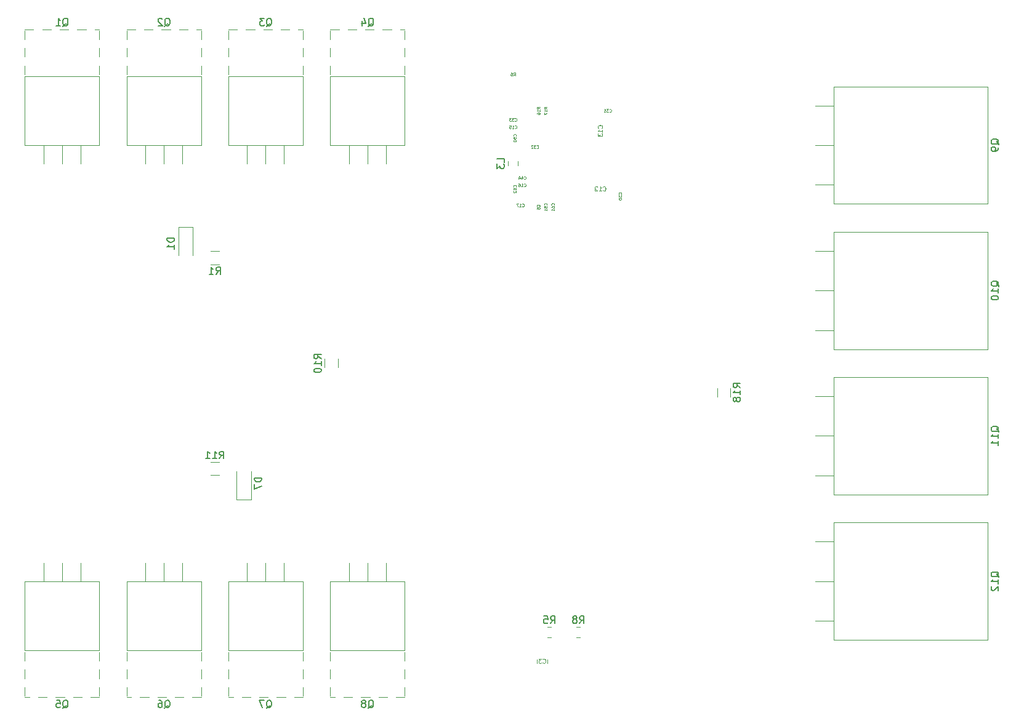
<source format=gbr>
G04 #@! TF.GenerationSoftware,KiCad,Pcbnew,(5.0.1)-3*
G04 #@! TF.CreationDate,2020-10-01T22:01:30+02:00*
G04 #@! TF.ProjectId,QCW Ultimate,51435720556C74696D6174652E6B6963,rev?*
G04 #@! TF.SameCoordinates,Original*
G04 #@! TF.FileFunction,Legend,Bot*
G04 #@! TF.FilePolarity,Positive*
%FSLAX46Y46*%
G04 Gerber Fmt 4.6, Leading zero omitted, Abs format (unit mm)*
G04 Created by KiCad (PCBNEW (5.0.1)-3) date 01/10/2020 22:01:30*
%MOMM*%
%LPD*%
G01*
G04 APERTURE LIST*
%ADD10C,0.120000*%
%ADD11C,0.080000*%
%ADD12C,0.050000*%
%ADD13C,0.150000*%
G04 APERTURE END LIST*
D10*
G04 #@! TO.C,C3*
X125710000Y-120738748D02*
X125710000Y-121261252D01*
X124290000Y-120738748D02*
X124290000Y-121261252D01*
G04 #@! TO.C,C12*
X133710000Y-56261252D02*
X133710000Y-55738748D01*
X132290000Y-56261252D02*
X132290000Y-55738748D01*
G04 #@! TO.C,C13*
X133261252Y-48710000D02*
X132738748Y-48710000D01*
X133261252Y-47290000D02*
X132738748Y-47290000D01*
G04 #@! TO.C,D1*
X75000000Y-61250000D02*
X77000000Y-61250000D01*
X77000000Y-61250000D02*
X77000000Y-65150000D01*
X75000000Y-61250000D02*
X75000000Y-65150000D01*
G04 #@! TO.C,D7*
X85000000Y-98750000D02*
X85000000Y-94850000D01*
X83000000Y-98750000D02*
X83000000Y-94850000D01*
X85000000Y-98750000D02*
X83000000Y-98750000D01*
G04 #@! TO.C,Q1*
X61540000Y-52510000D02*
X61540000Y-49970000D01*
X59000000Y-52510000D02*
X59000000Y-49970000D01*
X56460000Y-52510000D02*
X56460000Y-49970000D01*
X64120000Y-35440000D02*
X64120000Y-34240000D01*
X64120000Y-37840000D02*
X64120000Y-36640000D01*
X64120000Y-40240000D02*
X64120000Y-39040000D01*
X53880000Y-35440000D02*
X53880000Y-34240000D01*
X53880000Y-37840000D02*
X53880000Y-36640000D01*
X53880000Y-40240000D02*
X53880000Y-39040000D01*
X63480000Y-34080000D02*
X64120000Y-34080000D01*
X61080000Y-34080000D02*
X62280000Y-34080000D01*
X58680000Y-34080000D02*
X59880000Y-34080000D01*
X56279000Y-34080000D02*
X57480000Y-34080000D01*
X53880000Y-34080000D02*
X55080000Y-34080000D01*
X64120000Y-49970000D02*
X64120000Y-40480000D01*
X53880000Y-49970000D02*
X53880000Y-40480000D01*
X53880000Y-40480000D02*
X64120000Y-40480000D01*
X53880000Y-49970000D02*
X64120000Y-49970000D01*
G04 #@! TO.C,Q2*
X67880000Y-49970000D02*
X78120000Y-49970000D01*
X67880000Y-40480000D02*
X78120000Y-40480000D01*
X67880000Y-49970000D02*
X67880000Y-40480000D01*
X78120000Y-49970000D02*
X78120000Y-40480000D01*
X67880000Y-34080000D02*
X69080000Y-34080000D01*
X70279000Y-34080000D02*
X71480000Y-34080000D01*
X72680000Y-34080000D02*
X73880000Y-34080000D01*
X75080000Y-34080000D02*
X76280000Y-34080000D01*
X77480000Y-34080000D02*
X78120000Y-34080000D01*
X67880000Y-40240000D02*
X67880000Y-39040000D01*
X67880000Y-37840000D02*
X67880000Y-36640000D01*
X67880000Y-35440000D02*
X67880000Y-34240000D01*
X78120000Y-40240000D02*
X78120000Y-39040000D01*
X78120000Y-37840000D02*
X78120000Y-36640000D01*
X78120000Y-35440000D02*
X78120000Y-34240000D01*
X70460000Y-52510000D02*
X70460000Y-49970000D01*
X73000000Y-52510000D02*
X73000000Y-49970000D01*
X75540000Y-52510000D02*
X75540000Y-49970000D01*
G04 #@! TO.C,Q3*
X89540000Y-52510000D02*
X89540000Y-49970000D01*
X87000000Y-52510000D02*
X87000000Y-49970000D01*
X84460000Y-52510000D02*
X84460000Y-49970000D01*
X92120000Y-35440000D02*
X92120000Y-34240000D01*
X92120000Y-37840000D02*
X92120000Y-36640000D01*
X92120000Y-40240000D02*
X92120000Y-39040000D01*
X81880000Y-35440000D02*
X81880000Y-34240000D01*
X81880000Y-37840000D02*
X81880000Y-36640000D01*
X81880000Y-40240000D02*
X81880000Y-39040000D01*
X91480000Y-34080000D02*
X92120000Y-34080000D01*
X89080000Y-34080000D02*
X90280000Y-34080000D01*
X86680000Y-34080000D02*
X87880000Y-34080000D01*
X84279000Y-34080000D02*
X85480000Y-34080000D01*
X81880000Y-34080000D02*
X83080000Y-34080000D01*
X92120000Y-49970000D02*
X92120000Y-40480000D01*
X81880000Y-49970000D02*
X81880000Y-40480000D01*
X81880000Y-40480000D02*
X92120000Y-40480000D01*
X81880000Y-49970000D02*
X92120000Y-49970000D01*
G04 #@! TO.C,Q4*
X95880000Y-49970000D02*
X106120000Y-49970000D01*
X95880000Y-40480000D02*
X106120000Y-40480000D01*
X95880000Y-49970000D02*
X95880000Y-40480000D01*
X106120000Y-49970000D02*
X106120000Y-40480000D01*
X95880000Y-34080000D02*
X97080000Y-34080000D01*
X98279000Y-34080000D02*
X99480000Y-34080000D01*
X100680000Y-34080000D02*
X101880000Y-34080000D01*
X103080000Y-34080000D02*
X104280000Y-34080000D01*
X105480000Y-34080000D02*
X106120000Y-34080000D01*
X95880000Y-40240000D02*
X95880000Y-39040000D01*
X95880000Y-37840000D02*
X95880000Y-36640000D01*
X95880000Y-35440000D02*
X95880000Y-34240000D01*
X106120000Y-40240000D02*
X106120000Y-39040000D01*
X106120000Y-37840000D02*
X106120000Y-36640000D01*
X106120000Y-35440000D02*
X106120000Y-34240000D01*
X98460000Y-52510000D02*
X98460000Y-49970000D01*
X101000000Y-52510000D02*
X101000000Y-49970000D01*
X103540000Y-52510000D02*
X103540000Y-49970000D01*
G04 #@! TO.C,Q5*
X64120000Y-110030000D02*
X53880000Y-110030000D01*
X64120000Y-119520000D02*
X53880000Y-119520000D01*
X64120000Y-110030000D02*
X64120000Y-119520000D01*
X53880000Y-110030000D02*
X53880000Y-119520000D01*
X64120000Y-125920000D02*
X62920000Y-125920000D01*
X61721000Y-125920000D02*
X60520000Y-125920000D01*
X59320000Y-125920000D02*
X58120000Y-125920000D01*
X56920000Y-125920000D02*
X55720000Y-125920000D01*
X54520000Y-125920000D02*
X53880000Y-125920000D01*
X64120000Y-119760000D02*
X64120000Y-120960000D01*
X64120000Y-122160000D02*
X64120000Y-123360000D01*
X64120000Y-124560000D02*
X64120000Y-125760000D01*
X53880000Y-119760000D02*
X53880000Y-120960000D01*
X53880000Y-122160000D02*
X53880000Y-123360000D01*
X53880000Y-124560000D02*
X53880000Y-125760000D01*
X61540000Y-107490000D02*
X61540000Y-110030000D01*
X59000000Y-107490000D02*
X59000000Y-110030000D01*
X56460000Y-107490000D02*
X56460000Y-110030000D01*
G04 #@! TO.C,Q6*
X78120000Y-110030000D02*
X67880000Y-110030000D01*
X78120000Y-119520000D02*
X67880000Y-119520000D01*
X78120000Y-110030000D02*
X78120000Y-119520000D01*
X67880000Y-110030000D02*
X67880000Y-119520000D01*
X78120000Y-125920000D02*
X76920000Y-125920000D01*
X75721000Y-125920000D02*
X74520000Y-125920000D01*
X73320000Y-125920000D02*
X72120000Y-125920000D01*
X70920000Y-125920000D02*
X69720000Y-125920000D01*
X68520000Y-125920000D02*
X67880000Y-125920000D01*
X78120000Y-119760000D02*
X78120000Y-120960000D01*
X78120000Y-122160000D02*
X78120000Y-123360000D01*
X78120000Y-124560000D02*
X78120000Y-125760000D01*
X67880000Y-119760000D02*
X67880000Y-120960000D01*
X67880000Y-122160000D02*
X67880000Y-123360000D01*
X67880000Y-124560000D02*
X67880000Y-125760000D01*
X75540000Y-107490000D02*
X75540000Y-110030000D01*
X73000000Y-107490000D02*
X73000000Y-110030000D01*
X70460000Y-107490000D02*
X70460000Y-110030000D01*
G04 #@! TO.C,Q7*
X84460000Y-107490000D02*
X84460000Y-110030000D01*
X87000000Y-107490000D02*
X87000000Y-110030000D01*
X89540000Y-107490000D02*
X89540000Y-110030000D01*
X81880000Y-124560000D02*
X81880000Y-125760000D01*
X81880000Y-122160000D02*
X81880000Y-123360000D01*
X81880000Y-119760000D02*
X81880000Y-120960000D01*
X92120000Y-124560000D02*
X92120000Y-125760000D01*
X92120000Y-122160000D02*
X92120000Y-123360000D01*
X92120000Y-119760000D02*
X92120000Y-120960000D01*
X82520000Y-125920000D02*
X81880000Y-125920000D01*
X84920000Y-125920000D02*
X83720000Y-125920000D01*
X87320000Y-125920000D02*
X86120000Y-125920000D01*
X89721000Y-125920000D02*
X88520000Y-125920000D01*
X92120000Y-125920000D02*
X90920000Y-125920000D01*
X81880000Y-110030000D02*
X81880000Y-119520000D01*
X92120000Y-110030000D02*
X92120000Y-119520000D01*
X92120000Y-119520000D02*
X81880000Y-119520000D01*
X92120000Y-110030000D02*
X81880000Y-110030000D01*
G04 #@! TO.C,Q8*
X98460000Y-107490000D02*
X98460000Y-110030000D01*
X101000000Y-107490000D02*
X101000000Y-110030000D01*
X103540000Y-107490000D02*
X103540000Y-110030000D01*
X95880000Y-124560000D02*
X95880000Y-125760000D01*
X95880000Y-122160000D02*
X95880000Y-123360000D01*
X95880000Y-119760000D02*
X95880000Y-120960000D01*
X106120000Y-124560000D02*
X106120000Y-125760000D01*
X106120000Y-122160000D02*
X106120000Y-123360000D01*
X106120000Y-119760000D02*
X106120000Y-120960000D01*
X96520000Y-125920000D02*
X95880000Y-125920000D01*
X98920000Y-125920000D02*
X97720000Y-125920000D01*
X101320000Y-125920000D02*
X100120000Y-125920000D01*
X103721000Y-125920000D02*
X102520000Y-125920000D01*
X106120000Y-125920000D02*
X104920000Y-125920000D01*
X95880000Y-110030000D02*
X95880000Y-119520000D01*
X106120000Y-110030000D02*
X106120000Y-119520000D01*
X106120000Y-119520000D02*
X95880000Y-119520000D01*
X106120000Y-110030000D02*
X95880000Y-110030000D01*
G04 #@! TO.C,Q9*
X165100000Y-41930000D02*
X165100000Y-58070000D01*
X186290000Y-41930000D02*
X186290000Y-58070000D01*
X165100000Y-41930000D02*
X186290000Y-41930000D01*
X165100000Y-58070000D02*
X186290000Y-58070000D01*
X162540000Y-44550000D02*
X165100000Y-44550000D01*
X162540000Y-50000000D02*
X165100000Y-50000000D01*
X162540000Y-55450000D02*
X165100000Y-55450000D01*
G04 #@! TO.C,Q10*
X162540000Y-75450000D02*
X165100000Y-75450000D01*
X162540000Y-70000000D02*
X165100000Y-70000000D01*
X162540000Y-64550000D02*
X165100000Y-64550000D01*
X165100000Y-78070000D02*
X186290000Y-78070000D01*
X165100000Y-61930000D02*
X186290000Y-61930000D01*
X186290000Y-61930000D02*
X186290000Y-78070000D01*
X165100000Y-61930000D02*
X165100000Y-78070000D01*
G04 #@! TO.C,Q11*
X165100000Y-81930000D02*
X165100000Y-98070000D01*
X186290000Y-81930000D02*
X186290000Y-98070000D01*
X165100000Y-81930000D02*
X186290000Y-81930000D01*
X165100000Y-98070000D02*
X186290000Y-98070000D01*
X162540000Y-84550000D02*
X165100000Y-84550000D01*
X162540000Y-90000000D02*
X165100000Y-90000000D01*
X162540000Y-95450000D02*
X165100000Y-95450000D01*
G04 #@! TO.C,Q12*
X162540000Y-115450000D02*
X165100000Y-115450000D01*
X162540000Y-110000000D02*
X165100000Y-110000000D01*
X162540000Y-104550000D02*
X165100000Y-104550000D01*
X165100000Y-118070000D02*
X186290000Y-118070000D01*
X165100000Y-101930000D02*
X186290000Y-101930000D01*
X186290000Y-101930000D02*
X186290000Y-118070000D01*
X165100000Y-101930000D02*
X165100000Y-118070000D01*
G04 #@! TO.C,R1*
X79397936Y-66410000D02*
X80602064Y-66410000D01*
X79397936Y-64590000D02*
X80602064Y-64590000D01*
G04 #@! TO.C,R5*
X126261252Y-116290000D02*
X125738748Y-116290000D01*
X126261252Y-117710000D02*
X125738748Y-117710000D01*
G04 #@! TO.C,R8*
X130261252Y-117710000D02*
X129738748Y-117710000D01*
X130261252Y-116290000D02*
X129738748Y-116290000D01*
G04 #@! TO.C,R10*
X95090000Y-79397936D02*
X95090000Y-80602064D01*
X96910000Y-79397936D02*
X96910000Y-80602064D01*
G04 #@! TO.C,R11*
X80602064Y-95410000D02*
X79397936Y-95410000D01*
X80602064Y-93590000D02*
X79397936Y-93590000D01*
G04 #@! TO.C,R18*
X149090000Y-84602064D02*
X149090000Y-83397936D01*
X150910000Y-84602064D02*
X150910000Y-83397936D01*
G04 #@! TO.C,L3*
X120290000Y-52238748D02*
X120290000Y-52761252D01*
X121710000Y-52238748D02*
X121710000Y-52761252D01*
G04 #@! TO.C,C3*
D11*
X125100000Y-121214285D02*
X125128571Y-121242857D01*
X125214285Y-121271428D01*
X125271428Y-121271428D01*
X125357142Y-121242857D01*
X125414285Y-121185714D01*
X125442857Y-121128571D01*
X125471428Y-121014285D01*
X125471428Y-120928571D01*
X125442857Y-120814285D01*
X125414285Y-120757142D01*
X125357142Y-120700000D01*
X125271428Y-120671428D01*
X125214285Y-120671428D01*
X125128571Y-120700000D01*
X125100000Y-120728571D01*
X124900000Y-120671428D02*
X124528571Y-120671428D01*
X124728571Y-120900000D01*
X124642857Y-120900000D01*
X124585714Y-120928571D01*
X124557142Y-120957142D01*
X124528571Y-121014285D01*
X124528571Y-121157142D01*
X124557142Y-121214285D01*
X124585714Y-121242857D01*
X124642857Y-121271428D01*
X124814285Y-121271428D01*
X124871428Y-121242857D01*
X124900000Y-121214285D01*
G04 #@! TO.C,C5*
D12*
X124642857Y-58433333D02*
X124661904Y-58414285D01*
X124680952Y-58357142D01*
X124680952Y-58319047D01*
X124661904Y-58261904D01*
X124623809Y-58223809D01*
X124585714Y-58204761D01*
X124509523Y-58185714D01*
X124452380Y-58185714D01*
X124376190Y-58204761D01*
X124338095Y-58223809D01*
X124300000Y-58261904D01*
X124280952Y-58319047D01*
X124280952Y-58357142D01*
X124300000Y-58414285D01*
X124319047Y-58433333D01*
X124280952Y-58795238D02*
X124280952Y-58604761D01*
X124471428Y-58585714D01*
X124452380Y-58604761D01*
X124433333Y-58642857D01*
X124433333Y-58738095D01*
X124452380Y-58776190D01*
X124471428Y-58795238D01*
X124509523Y-58814285D01*
X124604761Y-58814285D01*
X124642857Y-58795238D01*
X124661904Y-58776190D01*
X124680952Y-58738095D01*
X124680952Y-58642857D01*
X124661904Y-58604761D01*
X124642857Y-58585714D01*
G04 #@! TO.C,C12*
D11*
X133385714Y-56214285D02*
X133414285Y-56242857D01*
X133500000Y-56271428D01*
X133557142Y-56271428D01*
X133642857Y-56242857D01*
X133700000Y-56185714D01*
X133728571Y-56128571D01*
X133757142Y-56014285D01*
X133757142Y-55928571D01*
X133728571Y-55814285D01*
X133700000Y-55757142D01*
X133642857Y-55700000D01*
X133557142Y-55671428D01*
X133500000Y-55671428D01*
X133414285Y-55700000D01*
X133385714Y-55728571D01*
X132814285Y-56271428D02*
X133157142Y-56271428D01*
X132985714Y-56271428D02*
X132985714Y-55671428D01*
X133042857Y-55757142D01*
X133100000Y-55814285D01*
X133157142Y-55842857D01*
X132585714Y-55728571D02*
X132557142Y-55700000D01*
X132500000Y-55671428D01*
X132357142Y-55671428D01*
X132300000Y-55700000D01*
X132271428Y-55728571D01*
X132242857Y-55785714D01*
X132242857Y-55842857D01*
X132271428Y-55928571D01*
X132614285Y-56271428D01*
X132242857Y-56271428D01*
G04 #@! TO.C,C13*
X133214285Y-47614285D02*
X133242857Y-47585714D01*
X133271428Y-47500000D01*
X133271428Y-47442857D01*
X133242857Y-47357142D01*
X133185714Y-47300000D01*
X133128571Y-47271428D01*
X133014285Y-47242857D01*
X132928571Y-47242857D01*
X132814285Y-47271428D01*
X132757142Y-47300000D01*
X132700000Y-47357142D01*
X132671428Y-47442857D01*
X132671428Y-47500000D01*
X132700000Y-47585714D01*
X132728571Y-47614285D01*
X133271428Y-48185714D02*
X133271428Y-47842857D01*
X133271428Y-48014285D02*
X132671428Y-48014285D01*
X132757142Y-47957142D01*
X132814285Y-47900000D01*
X132842857Y-47842857D01*
X132671428Y-48385714D02*
X132671428Y-48757142D01*
X132900000Y-48557142D01*
X132900000Y-48642857D01*
X132928571Y-48700000D01*
X132957142Y-48728571D01*
X133014285Y-48757142D01*
X133157142Y-48757142D01*
X133214285Y-48728571D01*
X133242857Y-48700000D01*
X133271428Y-48642857D01*
X133271428Y-48471428D01*
X133242857Y-48414285D01*
X133214285Y-48385714D01*
G04 #@! TO.C,C15*
D12*
X121257142Y-47642857D02*
X121276190Y-47661904D01*
X121333333Y-47680952D01*
X121371428Y-47680952D01*
X121428571Y-47661904D01*
X121466666Y-47623809D01*
X121485714Y-47585714D01*
X121504761Y-47509523D01*
X121504761Y-47452380D01*
X121485714Y-47376190D01*
X121466666Y-47338095D01*
X121428571Y-47300000D01*
X121371428Y-47280952D01*
X121333333Y-47280952D01*
X121276190Y-47300000D01*
X121257142Y-47319047D01*
X120876190Y-47680952D02*
X121104761Y-47680952D01*
X120990476Y-47680952D02*
X120990476Y-47280952D01*
X121028571Y-47338095D01*
X121066666Y-47376190D01*
X121104761Y-47395238D01*
X120514285Y-47280952D02*
X120704761Y-47280952D01*
X120723809Y-47471428D01*
X120704761Y-47452380D01*
X120666666Y-47433333D01*
X120571428Y-47433333D01*
X120533333Y-47452380D01*
X120514285Y-47471428D01*
X120495238Y-47509523D01*
X120495238Y-47604761D01*
X120514285Y-47642857D01*
X120533333Y-47661904D01*
X120571428Y-47680952D01*
X120666666Y-47680952D01*
X120704761Y-47661904D01*
X120723809Y-47642857D01*
G04 #@! TO.C,C16*
X122507142Y-55642857D02*
X122526190Y-55661904D01*
X122583333Y-55680952D01*
X122621428Y-55680952D01*
X122678571Y-55661904D01*
X122716666Y-55623809D01*
X122735714Y-55585714D01*
X122754761Y-55509523D01*
X122754761Y-55452380D01*
X122735714Y-55376190D01*
X122716666Y-55338095D01*
X122678571Y-55300000D01*
X122621428Y-55280952D01*
X122583333Y-55280952D01*
X122526190Y-55300000D01*
X122507142Y-55319047D01*
X122126190Y-55680952D02*
X122354761Y-55680952D01*
X122240476Y-55680952D02*
X122240476Y-55280952D01*
X122278571Y-55338095D01*
X122316666Y-55376190D01*
X122354761Y-55395238D01*
X121783333Y-55280952D02*
X121859523Y-55280952D01*
X121897619Y-55300000D01*
X121916666Y-55319047D01*
X121954761Y-55376190D01*
X121973809Y-55452380D01*
X121973809Y-55604761D01*
X121954761Y-55642857D01*
X121935714Y-55661904D01*
X121897619Y-55680952D01*
X121821428Y-55680952D01*
X121783333Y-55661904D01*
X121764285Y-55642857D01*
X121745238Y-55604761D01*
X121745238Y-55509523D01*
X121764285Y-55471428D01*
X121783333Y-55452380D01*
X121821428Y-55433333D01*
X121897619Y-55433333D01*
X121935714Y-55452380D01*
X121954761Y-55471428D01*
X121973809Y-55509523D01*
G04 #@! TO.C,C17*
X122257142Y-58404857D02*
X122276190Y-58423904D01*
X122333333Y-58442952D01*
X122371428Y-58442952D01*
X122428571Y-58423904D01*
X122466666Y-58385809D01*
X122485714Y-58347714D01*
X122504761Y-58271523D01*
X122504761Y-58214380D01*
X122485714Y-58138190D01*
X122466666Y-58100095D01*
X122428571Y-58062000D01*
X122371428Y-58042952D01*
X122333333Y-58042952D01*
X122276190Y-58062000D01*
X122257142Y-58081047D01*
X121876190Y-58442952D02*
X122104761Y-58442952D01*
X121990476Y-58442952D02*
X121990476Y-58042952D01*
X122028571Y-58100095D01*
X122066666Y-58138190D01*
X122104761Y-58157238D01*
X121742857Y-58042952D02*
X121476190Y-58042952D01*
X121647619Y-58442952D01*
G04 #@! TO.C,C30*
X135892857Y-56742857D02*
X135911904Y-56723809D01*
X135930952Y-56666666D01*
X135930952Y-56628571D01*
X135911904Y-56571428D01*
X135873809Y-56533333D01*
X135835714Y-56514285D01*
X135759523Y-56495238D01*
X135702380Y-56495238D01*
X135626190Y-56514285D01*
X135588095Y-56533333D01*
X135550000Y-56571428D01*
X135530952Y-56628571D01*
X135530952Y-56666666D01*
X135550000Y-56723809D01*
X135569047Y-56742857D01*
X135530952Y-56876190D02*
X135530952Y-57123809D01*
X135683333Y-56990476D01*
X135683333Y-57047619D01*
X135702380Y-57085714D01*
X135721428Y-57104761D01*
X135759523Y-57123809D01*
X135854761Y-57123809D01*
X135892857Y-57104761D01*
X135911904Y-57085714D01*
X135930952Y-57047619D01*
X135930952Y-56933333D01*
X135911904Y-56895238D01*
X135892857Y-56876190D01*
X135530952Y-57371428D02*
X135530952Y-57409523D01*
X135550000Y-57447619D01*
X135569047Y-57466666D01*
X135607142Y-57485714D01*
X135683333Y-57504761D01*
X135778571Y-57504761D01*
X135854761Y-57485714D01*
X135892857Y-57466666D01*
X135911904Y-57447619D01*
X135930952Y-57409523D01*
X135930952Y-57371428D01*
X135911904Y-57333333D01*
X135892857Y-57314285D01*
X135854761Y-57295238D01*
X135778571Y-57276190D01*
X135683333Y-57276190D01*
X135607142Y-57295238D01*
X135569047Y-57314285D01*
X135550000Y-57333333D01*
X135530952Y-57371428D01*
G04 #@! TO.C,C31*
X134257142Y-45392857D02*
X134276190Y-45411904D01*
X134333333Y-45430952D01*
X134371428Y-45430952D01*
X134428571Y-45411904D01*
X134466666Y-45373809D01*
X134485714Y-45335714D01*
X134504761Y-45259523D01*
X134504761Y-45202380D01*
X134485714Y-45126190D01*
X134466666Y-45088095D01*
X134428571Y-45050000D01*
X134371428Y-45030952D01*
X134333333Y-45030952D01*
X134276190Y-45050000D01*
X134257142Y-45069047D01*
X134123809Y-45030952D02*
X133876190Y-45030952D01*
X134009523Y-45183333D01*
X133952380Y-45183333D01*
X133914285Y-45202380D01*
X133895238Y-45221428D01*
X133876190Y-45259523D01*
X133876190Y-45354761D01*
X133895238Y-45392857D01*
X133914285Y-45411904D01*
X133952380Y-45430952D01*
X134066666Y-45430952D01*
X134104761Y-45411904D01*
X134123809Y-45392857D01*
X133495238Y-45430952D02*
X133723809Y-45430952D01*
X133609523Y-45430952D02*
X133609523Y-45030952D01*
X133647619Y-45088095D01*
X133685714Y-45126190D01*
X133723809Y-45145238D01*
G04 #@! TO.C,C32*
X124257142Y-50380857D02*
X124276190Y-50399904D01*
X124333333Y-50418952D01*
X124371428Y-50418952D01*
X124428571Y-50399904D01*
X124466666Y-50361809D01*
X124485714Y-50323714D01*
X124504761Y-50247523D01*
X124504761Y-50190380D01*
X124485714Y-50114190D01*
X124466666Y-50076095D01*
X124428571Y-50038000D01*
X124371428Y-50018952D01*
X124333333Y-50018952D01*
X124276190Y-50038000D01*
X124257142Y-50057047D01*
X124123809Y-50018952D02*
X123876190Y-50018952D01*
X124009523Y-50171333D01*
X123952380Y-50171333D01*
X123914285Y-50190380D01*
X123895238Y-50209428D01*
X123876190Y-50247523D01*
X123876190Y-50342761D01*
X123895238Y-50380857D01*
X123914285Y-50399904D01*
X123952380Y-50418952D01*
X124066666Y-50418952D01*
X124104761Y-50399904D01*
X124123809Y-50380857D01*
X123723809Y-50057047D02*
X123704761Y-50038000D01*
X123666666Y-50018952D01*
X123571428Y-50018952D01*
X123533333Y-50038000D01*
X123514285Y-50057047D01*
X123495238Y-50095142D01*
X123495238Y-50133238D01*
X123514285Y-50190380D01*
X123742857Y-50418952D01*
X123495238Y-50418952D01*
G04 #@! TO.C,C33*
X121257142Y-46642857D02*
X121276190Y-46661904D01*
X121333333Y-46680952D01*
X121371428Y-46680952D01*
X121428571Y-46661904D01*
X121466666Y-46623809D01*
X121485714Y-46585714D01*
X121504761Y-46509523D01*
X121504761Y-46452380D01*
X121485714Y-46376190D01*
X121466666Y-46338095D01*
X121428571Y-46300000D01*
X121371428Y-46280952D01*
X121333333Y-46280952D01*
X121276190Y-46300000D01*
X121257142Y-46319047D01*
X121123809Y-46280952D02*
X120876190Y-46280952D01*
X121009523Y-46433333D01*
X120952380Y-46433333D01*
X120914285Y-46452380D01*
X120895238Y-46471428D01*
X120876190Y-46509523D01*
X120876190Y-46604761D01*
X120895238Y-46642857D01*
X120914285Y-46661904D01*
X120952380Y-46680952D01*
X121066666Y-46680952D01*
X121104761Y-46661904D01*
X121123809Y-46642857D01*
X120742857Y-46280952D02*
X120495238Y-46280952D01*
X120628571Y-46433333D01*
X120571428Y-46433333D01*
X120533333Y-46452380D01*
X120514285Y-46471428D01*
X120495238Y-46509523D01*
X120495238Y-46604761D01*
X120514285Y-46642857D01*
X120533333Y-46661904D01*
X120571428Y-46680952D01*
X120685714Y-46680952D01*
X120723809Y-46661904D01*
X120742857Y-46642857D01*
G04 #@! TO.C,C51*
X125642857Y-58242857D02*
X125661904Y-58223809D01*
X125680952Y-58166666D01*
X125680952Y-58128571D01*
X125661904Y-58071428D01*
X125623809Y-58033333D01*
X125585714Y-58014285D01*
X125509523Y-57995238D01*
X125452380Y-57995238D01*
X125376190Y-58014285D01*
X125338095Y-58033333D01*
X125300000Y-58071428D01*
X125280952Y-58128571D01*
X125280952Y-58166666D01*
X125300000Y-58223809D01*
X125319047Y-58242857D01*
X125280952Y-58604761D02*
X125280952Y-58414285D01*
X125471428Y-58395238D01*
X125452380Y-58414285D01*
X125433333Y-58452380D01*
X125433333Y-58547619D01*
X125452380Y-58585714D01*
X125471428Y-58604761D01*
X125509523Y-58623809D01*
X125604761Y-58623809D01*
X125642857Y-58604761D01*
X125661904Y-58585714D01*
X125680952Y-58547619D01*
X125680952Y-58452380D01*
X125661904Y-58414285D01*
X125642857Y-58395238D01*
X125680952Y-59004761D02*
X125680952Y-58776190D01*
X125680952Y-58890476D02*
X125280952Y-58890476D01*
X125338095Y-58852380D01*
X125376190Y-58814285D01*
X125395238Y-58776190D01*
G04 #@! TO.C,C61*
X126642857Y-58242857D02*
X126661904Y-58223809D01*
X126680952Y-58166666D01*
X126680952Y-58128571D01*
X126661904Y-58071428D01*
X126623809Y-58033333D01*
X126585714Y-58014285D01*
X126509523Y-57995238D01*
X126452380Y-57995238D01*
X126376190Y-58014285D01*
X126338095Y-58033333D01*
X126300000Y-58071428D01*
X126280952Y-58128571D01*
X126280952Y-58166666D01*
X126300000Y-58223809D01*
X126319047Y-58242857D01*
X126280952Y-58585714D02*
X126280952Y-58509523D01*
X126300000Y-58471428D01*
X126319047Y-58452380D01*
X126376190Y-58414285D01*
X126452380Y-58395238D01*
X126604761Y-58395238D01*
X126642857Y-58414285D01*
X126661904Y-58433333D01*
X126680952Y-58471428D01*
X126680952Y-58547619D01*
X126661904Y-58585714D01*
X126642857Y-58604761D01*
X126604761Y-58623809D01*
X126509523Y-58623809D01*
X126471428Y-58604761D01*
X126452380Y-58585714D01*
X126433333Y-58547619D01*
X126433333Y-58471428D01*
X126452380Y-58433333D01*
X126471428Y-58414285D01*
X126509523Y-58395238D01*
X126680952Y-59004761D02*
X126680952Y-58776190D01*
X126680952Y-58890476D02*
X126280952Y-58890476D01*
X126338095Y-58852380D01*
X126376190Y-58814285D01*
X126395238Y-58776190D01*
G04 #@! TO.C,D1*
D13*
X74452380Y-62761904D02*
X73452380Y-62761904D01*
X73452380Y-63000000D01*
X73500000Y-63142857D01*
X73595238Y-63238095D01*
X73690476Y-63285714D01*
X73880952Y-63333333D01*
X74023809Y-63333333D01*
X74214285Y-63285714D01*
X74309523Y-63238095D01*
X74404761Y-63142857D01*
X74452380Y-63000000D01*
X74452380Y-62761904D01*
X74452380Y-64285714D02*
X74452380Y-63714285D01*
X74452380Y-64000000D02*
X73452380Y-64000000D01*
X73595238Y-63904761D01*
X73690476Y-63809523D01*
X73738095Y-63714285D01*
G04 #@! TO.C,D7*
X86452380Y-95761904D02*
X85452380Y-95761904D01*
X85452380Y-96000000D01*
X85500000Y-96142857D01*
X85595238Y-96238095D01*
X85690476Y-96285714D01*
X85880952Y-96333333D01*
X86023809Y-96333333D01*
X86214285Y-96285714D01*
X86309523Y-96238095D01*
X86404761Y-96142857D01*
X86452380Y-96000000D01*
X86452380Y-95761904D01*
X85452380Y-96666666D02*
X85452380Y-97333333D01*
X86452380Y-96904761D01*
G04 #@! TO.C,Q1*
X59095238Y-33627619D02*
X59190476Y-33580000D01*
X59285714Y-33484761D01*
X59428571Y-33341904D01*
X59523809Y-33294285D01*
X59619047Y-33294285D01*
X59571428Y-33532380D02*
X59666666Y-33484761D01*
X59761904Y-33389523D01*
X59809523Y-33199047D01*
X59809523Y-32865714D01*
X59761904Y-32675238D01*
X59666666Y-32580000D01*
X59571428Y-32532380D01*
X59380952Y-32532380D01*
X59285714Y-32580000D01*
X59190476Y-32675238D01*
X59142857Y-32865714D01*
X59142857Y-33199047D01*
X59190476Y-33389523D01*
X59285714Y-33484761D01*
X59380952Y-33532380D01*
X59571428Y-33532380D01*
X58190476Y-33532380D02*
X58761904Y-33532380D01*
X58476190Y-33532380D02*
X58476190Y-32532380D01*
X58571428Y-32675238D01*
X58666666Y-32770476D01*
X58761904Y-32818095D01*
G04 #@! TO.C,Q2*
X73095238Y-33627619D02*
X73190476Y-33580000D01*
X73285714Y-33484761D01*
X73428571Y-33341904D01*
X73523809Y-33294285D01*
X73619047Y-33294285D01*
X73571428Y-33532380D02*
X73666666Y-33484761D01*
X73761904Y-33389523D01*
X73809523Y-33199047D01*
X73809523Y-32865714D01*
X73761904Y-32675238D01*
X73666666Y-32580000D01*
X73571428Y-32532380D01*
X73380952Y-32532380D01*
X73285714Y-32580000D01*
X73190476Y-32675238D01*
X73142857Y-32865714D01*
X73142857Y-33199047D01*
X73190476Y-33389523D01*
X73285714Y-33484761D01*
X73380952Y-33532380D01*
X73571428Y-33532380D01*
X72761904Y-32627619D02*
X72714285Y-32580000D01*
X72619047Y-32532380D01*
X72380952Y-32532380D01*
X72285714Y-32580000D01*
X72238095Y-32627619D01*
X72190476Y-32722857D01*
X72190476Y-32818095D01*
X72238095Y-32960952D01*
X72809523Y-33532380D01*
X72190476Y-33532380D01*
G04 #@! TO.C,Q3*
X87095238Y-33627619D02*
X87190476Y-33580000D01*
X87285714Y-33484761D01*
X87428571Y-33341904D01*
X87523809Y-33294285D01*
X87619047Y-33294285D01*
X87571428Y-33532380D02*
X87666666Y-33484761D01*
X87761904Y-33389523D01*
X87809523Y-33199047D01*
X87809523Y-32865714D01*
X87761904Y-32675238D01*
X87666666Y-32580000D01*
X87571428Y-32532380D01*
X87380952Y-32532380D01*
X87285714Y-32580000D01*
X87190476Y-32675238D01*
X87142857Y-32865714D01*
X87142857Y-33199047D01*
X87190476Y-33389523D01*
X87285714Y-33484761D01*
X87380952Y-33532380D01*
X87571428Y-33532380D01*
X86809523Y-32532380D02*
X86190476Y-32532380D01*
X86523809Y-32913333D01*
X86380952Y-32913333D01*
X86285714Y-32960952D01*
X86238095Y-33008571D01*
X86190476Y-33103809D01*
X86190476Y-33341904D01*
X86238095Y-33437142D01*
X86285714Y-33484761D01*
X86380952Y-33532380D01*
X86666666Y-33532380D01*
X86761904Y-33484761D01*
X86809523Y-33437142D01*
G04 #@! TO.C,Q4*
X101095238Y-33627619D02*
X101190476Y-33580000D01*
X101285714Y-33484761D01*
X101428571Y-33341904D01*
X101523809Y-33294285D01*
X101619047Y-33294285D01*
X101571428Y-33532380D02*
X101666666Y-33484761D01*
X101761904Y-33389523D01*
X101809523Y-33199047D01*
X101809523Y-32865714D01*
X101761904Y-32675238D01*
X101666666Y-32580000D01*
X101571428Y-32532380D01*
X101380952Y-32532380D01*
X101285714Y-32580000D01*
X101190476Y-32675238D01*
X101142857Y-32865714D01*
X101142857Y-33199047D01*
X101190476Y-33389523D01*
X101285714Y-33484761D01*
X101380952Y-33532380D01*
X101571428Y-33532380D01*
X100285714Y-32865714D02*
X100285714Y-33532380D01*
X100523809Y-32484761D02*
X100761904Y-33199047D01*
X100142857Y-33199047D01*
G04 #@! TO.C,Q5*
X59095238Y-127467619D02*
X59190476Y-127420000D01*
X59285714Y-127324761D01*
X59428571Y-127181904D01*
X59523809Y-127134285D01*
X59619047Y-127134285D01*
X59571428Y-127372380D02*
X59666666Y-127324761D01*
X59761904Y-127229523D01*
X59809523Y-127039047D01*
X59809523Y-126705714D01*
X59761904Y-126515238D01*
X59666666Y-126420000D01*
X59571428Y-126372380D01*
X59380952Y-126372380D01*
X59285714Y-126420000D01*
X59190476Y-126515238D01*
X59142857Y-126705714D01*
X59142857Y-127039047D01*
X59190476Y-127229523D01*
X59285714Y-127324761D01*
X59380952Y-127372380D01*
X59571428Y-127372380D01*
X58238095Y-126372380D02*
X58714285Y-126372380D01*
X58761904Y-126848571D01*
X58714285Y-126800952D01*
X58619047Y-126753333D01*
X58380952Y-126753333D01*
X58285714Y-126800952D01*
X58238095Y-126848571D01*
X58190476Y-126943809D01*
X58190476Y-127181904D01*
X58238095Y-127277142D01*
X58285714Y-127324761D01*
X58380952Y-127372380D01*
X58619047Y-127372380D01*
X58714285Y-127324761D01*
X58761904Y-127277142D01*
G04 #@! TO.C,Q6*
X73095238Y-127467619D02*
X73190476Y-127420000D01*
X73285714Y-127324761D01*
X73428571Y-127181904D01*
X73523809Y-127134285D01*
X73619047Y-127134285D01*
X73571428Y-127372380D02*
X73666666Y-127324761D01*
X73761904Y-127229523D01*
X73809523Y-127039047D01*
X73809523Y-126705714D01*
X73761904Y-126515238D01*
X73666666Y-126420000D01*
X73571428Y-126372380D01*
X73380952Y-126372380D01*
X73285714Y-126420000D01*
X73190476Y-126515238D01*
X73142857Y-126705714D01*
X73142857Y-127039047D01*
X73190476Y-127229523D01*
X73285714Y-127324761D01*
X73380952Y-127372380D01*
X73571428Y-127372380D01*
X72285714Y-126372380D02*
X72476190Y-126372380D01*
X72571428Y-126420000D01*
X72619047Y-126467619D01*
X72714285Y-126610476D01*
X72761904Y-126800952D01*
X72761904Y-127181904D01*
X72714285Y-127277142D01*
X72666666Y-127324761D01*
X72571428Y-127372380D01*
X72380952Y-127372380D01*
X72285714Y-127324761D01*
X72238095Y-127277142D01*
X72190476Y-127181904D01*
X72190476Y-126943809D01*
X72238095Y-126848571D01*
X72285714Y-126800952D01*
X72380952Y-126753333D01*
X72571428Y-126753333D01*
X72666666Y-126800952D01*
X72714285Y-126848571D01*
X72761904Y-126943809D01*
G04 #@! TO.C,Q7*
X87095238Y-127467619D02*
X87190476Y-127420000D01*
X87285714Y-127324761D01*
X87428571Y-127181904D01*
X87523809Y-127134285D01*
X87619047Y-127134285D01*
X87571428Y-127372380D02*
X87666666Y-127324761D01*
X87761904Y-127229523D01*
X87809523Y-127039047D01*
X87809523Y-126705714D01*
X87761904Y-126515238D01*
X87666666Y-126420000D01*
X87571428Y-126372380D01*
X87380952Y-126372380D01*
X87285714Y-126420000D01*
X87190476Y-126515238D01*
X87142857Y-126705714D01*
X87142857Y-127039047D01*
X87190476Y-127229523D01*
X87285714Y-127324761D01*
X87380952Y-127372380D01*
X87571428Y-127372380D01*
X86809523Y-126372380D02*
X86142857Y-126372380D01*
X86571428Y-127372380D01*
G04 #@! TO.C,Q8*
X101095238Y-127467619D02*
X101190476Y-127420000D01*
X101285714Y-127324761D01*
X101428571Y-127181904D01*
X101523809Y-127134285D01*
X101619047Y-127134285D01*
X101571428Y-127372380D02*
X101666666Y-127324761D01*
X101761904Y-127229523D01*
X101809523Y-127039047D01*
X101809523Y-126705714D01*
X101761904Y-126515238D01*
X101666666Y-126420000D01*
X101571428Y-126372380D01*
X101380952Y-126372380D01*
X101285714Y-126420000D01*
X101190476Y-126515238D01*
X101142857Y-126705714D01*
X101142857Y-127039047D01*
X101190476Y-127229523D01*
X101285714Y-127324761D01*
X101380952Y-127372380D01*
X101571428Y-127372380D01*
X100571428Y-126800952D02*
X100666666Y-126753333D01*
X100714285Y-126705714D01*
X100761904Y-126610476D01*
X100761904Y-126562857D01*
X100714285Y-126467619D01*
X100666666Y-126420000D01*
X100571428Y-126372380D01*
X100380952Y-126372380D01*
X100285714Y-126420000D01*
X100238095Y-126467619D01*
X100190476Y-126562857D01*
X100190476Y-126610476D01*
X100238095Y-126705714D01*
X100285714Y-126753333D01*
X100380952Y-126800952D01*
X100571428Y-126800952D01*
X100666666Y-126848571D01*
X100714285Y-126896190D01*
X100761904Y-126991428D01*
X100761904Y-127181904D01*
X100714285Y-127277142D01*
X100666666Y-127324761D01*
X100571428Y-127372380D01*
X100380952Y-127372380D01*
X100285714Y-127324761D01*
X100238095Y-127277142D01*
X100190476Y-127181904D01*
X100190476Y-126991428D01*
X100238095Y-126896190D01*
X100285714Y-126848571D01*
X100380952Y-126800952D01*
G04 #@! TO.C,Q9*
X187837619Y-49904761D02*
X187790000Y-49809523D01*
X187694761Y-49714285D01*
X187551904Y-49571428D01*
X187504285Y-49476190D01*
X187504285Y-49380952D01*
X187742380Y-49428571D02*
X187694761Y-49333333D01*
X187599523Y-49238095D01*
X187409047Y-49190476D01*
X187075714Y-49190476D01*
X186885238Y-49238095D01*
X186790000Y-49333333D01*
X186742380Y-49428571D01*
X186742380Y-49619047D01*
X186790000Y-49714285D01*
X186885238Y-49809523D01*
X187075714Y-49857142D01*
X187409047Y-49857142D01*
X187599523Y-49809523D01*
X187694761Y-49714285D01*
X187742380Y-49619047D01*
X187742380Y-49428571D01*
X187742380Y-50333333D02*
X187742380Y-50523809D01*
X187694761Y-50619047D01*
X187647142Y-50666666D01*
X187504285Y-50761904D01*
X187313809Y-50809523D01*
X186932857Y-50809523D01*
X186837619Y-50761904D01*
X186790000Y-50714285D01*
X186742380Y-50619047D01*
X186742380Y-50428571D01*
X186790000Y-50333333D01*
X186837619Y-50285714D01*
X186932857Y-50238095D01*
X187170952Y-50238095D01*
X187266190Y-50285714D01*
X187313809Y-50333333D01*
X187361428Y-50428571D01*
X187361428Y-50619047D01*
X187313809Y-50714285D01*
X187266190Y-50761904D01*
X187170952Y-50809523D01*
G04 #@! TO.C,Q10*
X187837619Y-69428571D02*
X187790000Y-69333333D01*
X187694761Y-69238095D01*
X187551904Y-69095238D01*
X187504285Y-69000000D01*
X187504285Y-68904761D01*
X187742380Y-68952380D02*
X187694761Y-68857142D01*
X187599523Y-68761904D01*
X187409047Y-68714285D01*
X187075714Y-68714285D01*
X186885238Y-68761904D01*
X186790000Y-68857142D01*
X186742380Y-68952380D01*
X186742380Y-69142857D01*
X186790000Y-69238095D01*
X186885238Y-69333333D01*
X187075714Y-69380952D01*
X187409047Y-69380952D01*
X187599523Y-69333333D01*
X187694761Y-69238095D01*
X187742380Y-69142857D01*
X187742380Y-68952380D01*
X187742380Y-70333333D02*
X187742380Y-69761904D01*
X187742380Y-70047619D02*
X186742380Y-70047619D01*
X186885238Y-69952380D01*
X186980476Y-69857142D01*
X187028095Y-69761904D01*
X186742380Y-70952380D02*
X186742380Y-71047619D01*
X186790000Y-71142857D01*
X186837619Y-71190476D01*
X186932857Y-71238095D01*
X187123333Y-71285714D01*
X187361428Y-71285714D01*
X187551904Y-71238095D01*
X187647142Y-71190476D01*
X187694761Y-71142857D01*
X187742380Y-71047619D01*
X187742380Y-70952380D01*
X187694761Y-70857142D01*
X187647142Y-70809523D01*
X187551904Y-70761904D01*
X187361428Y-70714285D01*
X187123333Y-70714285D01*
X186932857Y-70761904D01*
X186837619Y-70809523D01*
X186790000Y-70857142D01*
X186742380Y-70952380D01*
G04 #@! TO.C,Q11*
X187837619Y-89428571D02*
X187790000Y-89333333D01*
X187694761Y-89238095D01*
X187551904Y-89095238D01*
X187504285Y-89000000D01*
X187504285Y-88904761D01*
X187742380Y-88952380D02*
X187694761Y-88857142D01*
X187599523Y-88761904D01*
X187409047Y-88714285D01*
X187075714Y-88714285D01*
X186885238Y-88761904D01*
X186790000Y-88857142D01*
X186742380Y-88952380D01*
X186742380Y-89142857D01*
X186790000Y-89238095D01*
X186885238Y-89333333D01*
X187075714Y-89380952D01*
X187409047Y-89380952D01*
X187599523Y-89333333D01*
X187694761Y-89238095D01*
X187742380Y-89142857D01*
X187742380Y-88952380D01*
X187742380Y-90333333D02*
X187742380Y-89761904D01*
X187742380Y-90047619D02*
X186742380Y-90047619D01*
X186885238Y-89952380D01*
X186980476Y-89857142D01*
X187028095Y-89761904D01*
X187742380Y-91285714D02*
X187742380Y-90714285D01*
X187742380Y-91000000D02*
X186742380Y-91000000D01*
X186885238Y-90904761D01*
X186980476Y-90809523D01*
X187028095Y-90714285D01*
G04 #@! TO.C,Q12*
X187837619Y-109428571D02*
X187790000Y-109333333D01*
X187694761Y-109238095D01*
X187551904Y-109095238D01*
X187504285Y-109000000D01*
X187504285Y-108904761D01*
X187742380Y-108952380D02*
X187694761Y-108857142D01*
X187599523Y-108761904D01*
X187409047Y-108714285D01*
X187075714Y-108714285D01*
X186885238Y-108761904D01*
X186790000Y-108857142D01*
X186742380Y-108952380D01*
X186742380Y-109142857D01*
X186790000Y-109238095D01*
X186885238Y-109333333D01*
X187075714Y-109380952D01*
X187409047Y-109380952D01*
X187599523Y-109333333D01*
X187694761Y-109238095D01*
X187742380Y-109142857D01*
X187742380Y-108952380D01*
X187742380Y-110333333D02*
X187742380Y-109761904D01*
X187742380Y-110047619D02*
X186742380Y-110047619D01*
X186885238Y-109952380D01*
X186980476Y-109857142D01*
X187028095Y-109761904D01*
X186837619Y-110714285D02*
X186790000Y-110761904D01*
X186742380Y-110857142D01*
X186742380Y-111095238D01*
X186790000Y-111190476D01*
X186837619Y-111238095D01*
X186932857Y-111285714D01*
X187028095Y-111285714D01*
X187170952Y-111238095D01*
X187742380Y-110666666D01*
X187742380Y-111285714D01*
G04 #@! TO.C,R1*
X80166666Y-67772380D02*
X80500000Y-67296190D01*
X80738095Y-67772380D02*
X80738095Y-66772380D01*
X80357142Y-66772380D01*
X80261904Y-66820000D01*
X80214285Y-66867619D01*
X80166666Y-66962857D01*
X80166666Y-67105714D01*
X80214285Y-67200952D01*
X80261904Y-67248571D01*
X80357142Y-67296190D01*
X80738095Y-67296190D01*
X79214285Y-67772380D02*
X79785714Y-67772380D01*
X79500000Y-67772380D02*
X79500000Y-66772380D01*
X79595238Y-66915238D01*
X79690476Y-67010476D01*
X79785714Y-67058095D01*
G04 #@! TO.C,R5*
X126166666Y-115802380D02*
X126500000Y-115326190D01*
X126738095Y-115802380D02*
X126738095Y-114802380D01*
X126357142Y-114802380D01*
X126261904Y-114850000D01*
X126214285Y-114897619D01*
X126166666Y-114992857D01*
X126166666Y-115135714D01*
X126214285Y-115230952D01*
X126261904Y-115278571D01*
X126357142Y-115326190D01*
X126738095Y-115326190D01*
X125261904Y-114802380D02*
X125738095Y-114802380D01*
X125785714Y-115278571D01*
X125738095Y-115230952D01*
X125642857Y-115183333D01*
X125404761Y-115183333D01*
X125309523Y-115230952D01*
X125261904Y-115278571D01*
X125214285Y-115373809D01*
X125214285Y-115611904D01*
X125261904Y-115707142D01*
X125309523Y-115754761D01*
X125404761Y-115802380D01*
X125642857Y-115802380D01*
X125738095Y-115754761D01*
X125785714Y-115707142D01*
G04 #@! TO.C,R6*
D12*
X121066666Y-40418952D02*
X121200000Y-40228476D01*
X121295238Y-40418952D02*
X121295238Y-40018952D01*
X121142857Y-40018952D01*
X121104761Y-40038000D01*
X121085714Y-40057047D01*
X121066666Y-40095142D01*
X121066666Y-40152285D01*
X121085714Y-40190380D01*
X121104761Y-40209428D01*
X121142857Y-40228476D01*
X121295238Y-40228476D01*
X120723809Y-40018952D02*
X120800000Y-40018952D01*
X120838095Y-40038000D01*
X120857142Y-40057047D01*
X120895238Y-40114190D01*
X120914285Y-40190380D01*
X120914285Y-40342761D01*
X120895238Y-40380857D01*
X120876190Y-40399904D01*
X120838095Y-40418952D01*
X120761904Y-40418952D01*
X120723809Y-40399904D01*
X120704761Y-40380857D01*
X120685714Y-40342761D01*
X120685714Y-40247523D01*
X120704761Y-40209428D01*
X120723809Y-40190380D01*
X120761904Y-40171333D01*
X120838095Y-40171333D01*
X120876190Y-40190380D01*
X120895238Y-40209428D01*
X120914285Y-40247523D01*
G04 #@! TO.C,R8*
D13*
X130166666Y-115802380D02*
X130500000Y-115326190D01*
X130738095Y-115802380D02*
X130738095Y-114802380D01*
X130357142Y-114802380D01*
X130261904Y-114850000D01*
X130214285Y-114897619D01*
X130166666Y-114992857D01*
X130166666Y-115135714D01*
X130214285Y-115230952D01*
X130261904Y-115278571D01*
X130357142Y-115326190D01*
X130738095Y-115326190D01*
X129595238Y-115230952D02*
X129690476Y-115183333D01*
X129738095Y-115135714D01*
X129785714Y-115040476D01*
X129785714Y-114992857D01*
X129738095Y-114897619D01*
X129690476Y-114850000D01*
X129595238Y-114802380D01*
X129404761Y-114802380D01*
X129309523Y-114850000D01*
X129261904Y-114897619D01*
X129214285Y-114992857D01*
X129214285Y-115040476D01*
X129261904Y-115135714D01*
X129309523Y-115183333D01*
X129404761Y-115230952D01*
X129595238Y-115230952D01*
X129690476Y-115278571D01*
X129738095Y-115326190D01*
X129785714Y-115421428D01*
X129785714Y-115611904D01*
X129738095Y-115707142D01*
X129690476Y-115754761D01*
X129595238Y-115802380D01*
X129404761Y-115802380D01*
X129309523Y-115754761D01*
X129261904Y-115707142D01*
X129214285Y-115611904D01*
X129214285Y-115421428D01*
X129261904Y-115326190D01*
X129309523Y-115278571D01*
X129404761Y-115230952D01*
G04 #@! TO.C,R10*
X94632380Y-79357142D02*
X94156190Y-79023809D01*
X94632380Y-78785714D02*
X93632380Y-78785714D01*
X93632380Y-79166666D01*
X93680000Y-79261904D01*
X93727619Y-79309523D01*
X93822857Y-79357142D01*
X93965714Y-79357142D01*
X94060952Y-79309523D01*
X94108571Y-79261904D01*
X94156190Y-79166666D01*
X94156190Y-78785714D01*
X94632380Y-80309523D02*
X94632380Y-79738095D01*
X94632380Y-80023809D02*
X93632380Y-80023809D01*
X93775238Y-79928571D01*
X93870476Y-79833333D01*
X93918095Y-79738095D01*
X93632380Y-80928571D02*
X93632380Y-81023809D01*
X93680000Y-81119047D01*
X93727619Y-81166666D01*
X93822857Y-81214285D01*
X94013333Y-81261904D01*
X94251428Y-81261904D01*
X94441904Y-81214285D01*
X94537142Y-81166666D01*
X94584761Y-81119047D01*
X94632380Y-81023809D01*
X94632380Y-80928571D01*
X94584761Y-80833333D01*
X94537142Y-80785714D01*
X94441904Y-80738095D01*
X94251428Y-80690476D01*
X94013333Y-80690476D01*
X93822857Y-80738095D01*
X93727619Y-80785714D01*
X93680000Y-80833333D01*
X93632380Y-80928571D01*
G04 #@! TO.C,R11*
X80642857Y-93132380D02*
X80976190Y-92656190D01*
X81214285Y-93132380D02*
X81214285Y-92132380D01*
X80833333Y-92132380D01*
X80738095Y-92180000D01*
X80690476Y-92227619D01*
X80642857Y-92322857D01*
X80642857Y-92465714D01*
X80690476Y-92560952D01*
X80738095Y-92608571D01*
X80833333Y-92656190D01*
X81214285Y-92656190D01*
X79690476Y-93132380D02*
X80261904Y-93132380D01*
X79976190Y-93132380D02*
X79976190Y-92132380D01*
X80071428Y-92275238D01*
X80166666Y-92370476D01*
X80261904Y-92418095D01*
X78738095Y-93132380D02*
X79309523Y-93132380D01*
X79023809Y-93132380D02*
X79023809Y-92132380D01*
X79119047Y-92275238D01*
X79214285Y-92370476D01*
X79309523Y-92418095D01*
G04 #@! TO.C,R16*
D12*
X124680952Y-44992857D02*
X124490476Y-44859523D01*
X124680952Y-44764285D02*
X124280952Y-44764285D01*
X124280952Y-44916666D01*
X124300000Y-44954761D01*
X124319047Y-44973809D01*
X124357142Y-44992857D01*
X124414285Y-44992857D01*
X124452380Y-44973809D01*
X124471428Y-44954761D01*
X124490476Y-44916666D01*
X124490476Y-44764285D01*
X124680952Y-45373809D02*
X124680952Y-45145238D01*
X124680952Y-45259523D02*
X124280952Y-45259523D01*
X124338095Y-45221428D01*
X124376190Y-45183333D01*
X124395238Y-45145238D01*
X124280952Y-45716666D02*
X124280952Y-45640476D01*
X124300000Y-45602380D01*
X124319047Y-45583333D01*
X124376190Y-45545238D01*
X124452380Y-45526190D01*
X124604761Y-45526190D01*
X124642857Y-45545238D01*
X124661904Y-45564285D01*
X124680952Y-45602380D01*
X124680952Y-45678571D01*
X124661904Y-45716666D01*
X124642857Y-45735714D01*
X124604761Y-45754761D01*
X124509523Y-45754761D01*
X124471428Y-45735714D01*
X124452380Y-45716666D01*
X124433333Y-45678571D01*
X124433333Y-45602380D01*
X124452380Y-45564285D01*
X124471428Y-45545238D01*
X124509523Y-45526190D01*
G04 #@! TO.C,R17*
X125680952Y-44992857D02*
X125490476Y-44859523D01*
X125680952Y-44764285D02*
X125280952Y-44764285D01*
X125280952Y-44916666D01*
X125300000Y-44954761D01*
X125319047Y-44973809D01*
X125357142Y-44992857D01*
X125414285Y-44992857D01*
X125452380Y-44973809D01*
X125471428Y-44954761D01*
X125490476Y-44916666D01*
X125490476Y-44764285D01*
X125680952Y-45373809D02*
X125680952Y-45145238D01*
X125680952Y-45259523D02*
X125280952Y-45259523D01*
X125338095Y-45221428D01*
X125376190Y-45183333D01*
X125395238Y-45145238D01*
X125280952Y-45507142D02*
X125280952Y-45773809D01*
X125680952Y-45602380D01*
G04 #@! TO.C,R18*
D13*
X152272380Y-83357142D02*
X151796190Y-83023809D01*
X152272380Y-82785714D02*
X151272380Y-82785714D01*
X151272380Y-83166666D01*
X151320000Y-83261904D01*
X151367619Y-83309523D01*
X151462857Y-83357142D01*
X151605714Y-83357142D01*
X151700952Y-83309523D01*
X151748571Y-83261904D01*
X151796190Y-83166666D01*
X151796190Y-82785714D01*
X152272380Y-84309523D02*
X152272380Y-83738095D01*
X152272380Y-84023809D02*
X151272380Y-84023809D01*
X151415238Y-83928571D01*
X151510476Y-83833333D01*
X151558095Y-83738095D01*
X151700952Y-84880952D02*
X151653333Y-84785714D01*
X151605714Y-84738095D01*
X151510476Y-84690476D01*
X151462857Y-84690476D01*
X151367619Y-84738095D01*
X151320000Y-84785714D01*
X151272380Y-84880952D01*
X151272380Y-85071428D01*
X151320000Y-85166666D01*
X151367619Y-85214285D01*
X151462857Y-85261904D01*
X151510476Y-85261904D01*
X151605714Y-85214285D01*
X151653333Y-85166666D01*
X151700952Y-85071428D01*
X151700952Y-84880952D01*
X151748571Y-84785714D01*
X151796190Y-84738095D01*
X151891428Y-84690476D01*
X152081904Y-84690476D01*
X152177142Y-84738095D01*
X152224761Y-84785714D01*
X152272380Y-84880952D01*
X152272380Y-85071428D01*
X152224761Y-85166666D01*
X152177142Y-85214285D01*
X152081904Y-85261904D01*
X151891428Y-85261904D01*
X151796190Y-85214285D01*
X151748571Y-85166666D01*
X151700952Y-85071428D01*
G04 #@! TO.C,C44*
D12*
X122507142Y-54642857D02*
X122526190Y-54661904D01*
X122583333Y-54680952D01*
X122621428Y-54680952D01*
X122678571Y-54661904D01*
X122716666Y-54623809D01*
X122735714Y-54585714D01*
X122754761Y-54509523D01*
X122754761Y-54452380D01*
X122735714Y-54376190D01*
X122716666Y-54338095D01*
X122678571Y-54300000D01*
X122621428Y-54280952D01*
X122583333Y-54280952D01*
X122526190Y-54300000D01*
X122507142Y-54319047D01*
X122164285Y-54414285D02*
X122164285Y-54680952D01*
X122259523Y-54261904D02*
X122354761Y-54547619D01*
X122107142Y-54547619D01*
X121783333Y-54414285D02*
X121783333Y-54680952D01*
X121878571Y-54261904D02*
X121973809Y-54547619D01*
X121726190Y-54547619D01*
G04 #@! TO.C,C50*
X121404857Y-48742857D02*
X121423904Y-48723809D01*
X121442952Y-48666666D01*
X121442952Y-48628571D01*
X121423904Y-48571428D01*
X121385809Y-48533333D01*
X121347714Y-48514285D01*
X121271523Y-48495238D01*
X121214380Y-48495238D01*
X121138190Y-48514285D01*
X121100095Y-48533333D01*
X121062000Y-48571428D01*
X121042952Y-48628571D01*
X121042952Y-48666666D01*
X121062000Y-48723809D01*
X121081047Y-48742857D01*
X121042952Y-49104761D02*
X121042952Y-48914285D01*
X121233428Y-48895238D01*
X121214380Y-48914285D01*
X121195333Y-48952380D01*
X121195333Y-49047619D01*
X121214380Y-49085714D01*
X121233428Y-49104761D01*
X121271523Y-49123809D01*
X121366761Y-49123809D01*
X121404857Y-49104761D01*
X121423904Y-49085714D01*
X121442952Y-49047619D01*
X121442952Y-48952380D01*
X121423904Y-48914285D01*
X121404857Y-48895238D01*
X121042952Y-49371428D02*
X121042952Y-49409523D01*
X121062000Y-49447619D01*
X121081047Y-49466666D01*
X121119142Y-49485714D01*
X121195333Y-49504761D01*
X121290571Y-49504761D01*
X121366761Y-49485714D01*
X121404857Y-49466666D01*
X121423904Y-49447619D01*
X121442952Y-49409523D01*
X121442952Y-49371428D01*
X121423904Y-49333333D01*
X121404857Y-49314285D01*
X121366761Y-49295238D01*
X121290571Y-49276190D01*
X121195333Y-49276190D01*
X121119142Y-49295238D01*
X121081047Y-49314285D01*
X121062000Y-49333333D01*
X121042952Y-49371428D01*
G04 #@! TO.C,C62*
X121404857Y-55742857D02*
X121423904Y-55723809D01*
X121442952Y-55666666D01*
X121442952Y-55628571D01*
X121423904Y-55571428D01*
X121385809Y-55533333D01*
X121347714Y-55514285D01*
X121271523Y-55495238D01*
X121214380Y-55495238D01*
X121138190Y-55514285D01*
X121100095Y-55533333D01*
X121062000Y-55571428D01*
X121042952Y-55628571D01*
X121042952Y-55666666D01*
X121062000Y-55723809D01*
X121081047Y-55742857D01*
X121042952Y-56085714D02*
X121042952Y-56009523D01*
X121062000Y-55971428D01*
X121081047Y-55952380D01*
X121138190Y-55914285D01*
X121214380Y-55895238D01*
X121366761Y-55895238D01*
X121404857Y-55914285D01*
X121423904Y-55933333D01*
X121442952Y-55971428D01*
X121442952Y-56047619D01*
X121423904Y-56085714D01*
X121404857Y-56104761D01*
X121366761Y-56123809D01*
X121271523Y-56123809D01*
X121233428Y-56104761D01*
X121214380Y-56085714D01*
X121195333Y-56047619D01*
X121195333Y-55971428D01*
X121214380Y-55933333D01*
X121233428Y-55914285D01*
X121271523Y-55895238D01*
X121081047Y-56276190D02*
X121062000Y-56295238D01*
X121042952Y-56333333D01*
X121042952Y-56428571D01*
X121062000Y-56466666D01*
X121081047Y-56485714D01*
X121119142Y-56504761D01*
X121157238Y-56504761D01*
X121214380Y-56485714D01*
X121442952Y-56257142D01*
X121442952Y-56504761D01*
G04 #@! TO.C,L3*
D13*
X119802380Y-52333333D02*
X119802380Y-51857142D01*
X118802380Y-51857142D01*
X118802380Y-52571428D02*
X118802380Y-53190476D01*
X119183333Y-52857142D01*
X119183333Y-53000000D01*
X119230952Y-53095238D01*
X119278571Y-53142857D01*
X119373809Y-53190476D01*
X119611904Y-53190476D01*
X119707142Y-53142857D01*
X119754761Y-53095238D01*
X119802380Y-53000000D01*
X119802380Y-52714285D01*
X119754761Y-52619047D01*
X119707142Y-52571428D01*
G04 #@! TD*
M02*

</source>
